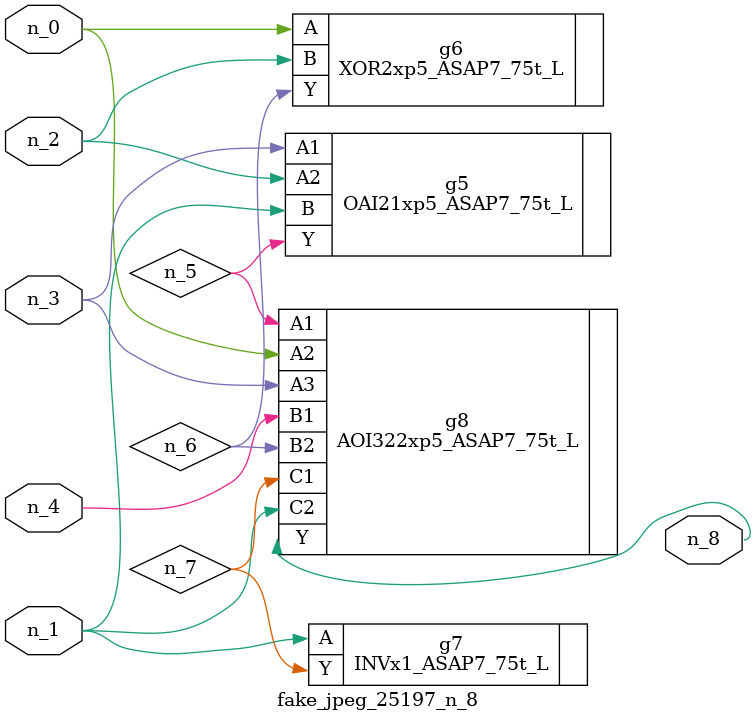
<source format=v>
module fake_jpeg_25197_n_8 (n_3, n_2, n_1, n_0, n_4, n_8);

input n_3;
input n_2;
input n_1;
input n_0;
input n_4;

output n_8;

wire n_6;
wire n_5;
wire n_7;

OAI21xp5_ASAP7_75t_L g5 ( 
.A1(n_3),
.A2(n_2),
.B(n_1),
.Y(n_5)
);

XOR2xp5_ASAP7_75t_L g6 ( 
.A(n_0),
.B(n_2),
.Y(n_6)
);

INVx1_ASAP7_75t_L g7 ( 
.A(n_1),
.Y(n_7)
);

AOI322xp5_ASAP7_75t_L g8 ( 
.A1(n_5),
.A2(n_0),
.A3(n_3),
.B1(n_4),
.B2(n_6),
.C1(n_7),
.C2(n_1),
.Y(n_8)
);


endmodule
</source>
